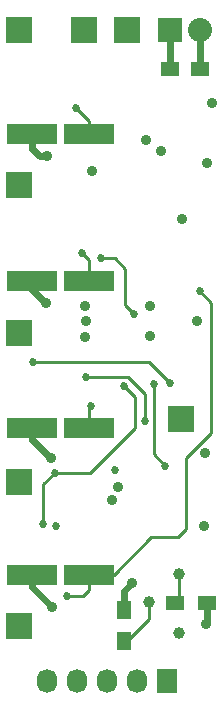
<source format=gbl>
G04 #@! TF.FileFunction,Copper,L4,Bot,Signal*
%FSLAX46Y46*%
G04 Gerber Fmt 4.6, Leading zero omitted, Abs format (unit mm)*
G04 Created by KiCad (PCBNEW 0.201505262310+5684~23~ubuntu14.04.1-product) date Mon 01 Jun 2015 21:54:35 CEST*
%MOMM*%
G01*
G04 APERTURE LIST*
%ADD10C,0.100000*%
%ADD11R,1.500000X1.250000*%
%ADD12R,2.032000X2.032000*%
%ADD13O,2.032000X2.032000*%
%ADD14R,2.235200X2.235200*%
%ADD15R,1.727200X2.032000*%
%ADD16O,1.727200X2.032000*%
%ADD17R,4.200000X1.800000*%
%ADD18R,1.500000X1.300000*%
%ADD19R,1.300000X1.500000*%
%ADD20C,1.000000*%
%ADD21C,0.889000*%
%ADD22C,0.685800*%
%ADD23C,0.609600*%
%ADD24C,0.254000*%
G04 APERTURE END LIST*
D10*
D11*
X85324000Y-81280000D03*
X82824000Y-81280000D03*
D12*
X82804000Y-77978000D03*
D13*
X85344000Y-77978000D03*
D14*
X69977000Y-77978000D03*
X75539600Y-77978000D03*
X79121000Y-77978000D03*
D15*
X82550000Y-133096000D03*
D16*
X80010000Y-133096000D03*
X77470000Y-133096000D03*
X74930000Y-133096000D03*
X72390000Y-133096000D03*
D14*
X69977000Y-91059000D03*
X69977000Y-103632000D03*
X69977000Y-116205000D03*
X69977000Y-128397000D03*
D17*
X71133000Y-86741000D03*
X75933000Y-86741000D03*
X71133000Y-99187000D03*
X75933000Y-99187000D03*
X71133000Y-111633000D03*
X75933000Y-111633000D03*
X71133000Y-124079000D03*
X75933000Y-124079000D03*
D18*
X85932000Y-126492000D03*
X83232000Y-126492000D03*
D19*
X78902560Y-129736840D03*
X78902560Y-127036840D03*
D20*
X83566000Y-123992000D03*
X81066000Y-126392000D03*
X83566000Y-128992000D03*
D14*
X83705700Y-110947200D03*
D21*
X85852000Y-128270000D03*
X83820000Y-93980000D03*
X80772000Y-87249000D03*
X85090000Y-102616000D03*
X77851000Y-117792500D03*
X85788500Y-113792000D03*
X78422500Y-116649500D03*
X75692000Y-102616000D03*
X82003900Y-88226900D03*
X86354920Y-84160360D03*
X85973920Y-89214960D03*
X79603600Y-124754640D03*
X85664040Y-119948960D03*
D22*
X82397600Y-114858800D03*
X81445100Y-107937300D03*
X79717900Y-102006400D03*
X76962000Y-97307400D03*
X74803000Y-84582000D03*
X75692000Y-107340400D03*
X80645000Y-111099600D03*
X75311000Y-96837500D03*
X82842100Y-107873800D03*
X71183500Y-106045000D03*
X76073000Y-109791500D03*
X72072500Y-119761000D03*
X73025000Y-115443000D03*
X78905100Y-108089700D03*
X74104500Y-125857000D03*
X73152000Y-120002300D03*
X85318600Y-100076000D03*
D21*
X76200000Y-89916000D03*
X81089500Y-101346000D03*
X75628500Y-101346000D03*
X72263000Y-101092000D03*
X72390000Y-88646000D03*
X81089500Y-103886000D03*
X75628500Y-103949500D03*
X72834500Y-126809500D03*
X72707500Y-114236500D03*
D22*
X78168500Y-115189000D03*
D23*
X85324000Y-77998000D02*
X85344000Y-77978000D01*
X85324000Y-81280000D02*
X85324000Y-77998000D01*
X85932000Y-128190000D02*
X85852000Y-128270000D01*
X85932000Y-126492000D02*
X85932000Y-128190000D01*
X82824000Y-77998000D02*
X82804000Y-77978000D01*
X82824000Y-81280000D02*
X82824000Y-77998000D01*
X78902560Y-125455680D02*
X79603600Y-124754640D01*
X78902560Y-127036840D02*
X78902560Y-125455680D01*
D24*
X82397600Y-114858800D02*
X81445100Y-113906300D01*
X81445100Y-113906300D02*
X81445100Y-107937300D01*
X79717900Y-102006400D02*
X79006700Y-101295200D01*
X79006700Y-101295200D02*
X79006700Y-98196400D01*
X79006700Y-98196400D02*
X78117700Y-97307400D01*
X78117700Y-97307400D02*
X76962000Y-97307400D01*
X74803000Y-84582000D02*
X75933000Y-85712000D01*
X75933000Y-85712000D02*
X75933000Y-86741000D01*
X80645000Y-108750100D02*
X79235300Y-107340400D01*
X79235300Y-107340400D02*
X75692000Y-107340400D01*
X80645000Y-111099600D02*
X80645000Y-108750100D01*
X75311000Y-96837500D02*
X75933000Y-97459500D01*
X75933000Y-97459500D02*
X75933000Y-99187000D01*
X82842100Y-107873800D02*
X81013300Y-106045000D01*
X81013300Y-106045000D02*
X71183500Y-106045000D01*
X75933000Y-109931500D02*
X75933000Y-111633000D01*
X76073000Y-109791500D02*
X75933000Y-109931500D01*
X72072500Y-116395500D02*
X72072500Y-119761000D01*
X73025000Y-115443000D02*
X72072500Y-116395500D01*
X78905100Y-108089700D02*
X79857600Y-109042200D01*
X79857600Y-109042200D02*
X79857600Y-111633000D01*
X79857600Y-111633000D02*
X76047600Y-115443000D01*
X76047600Y-115443000D02*
X73025000Y-115443000D01*
X75933000Y-123431000D02*
X75933000Y-124079000D01*
X75933000Y-125362000D02*
X75933000Y-124079000D01*
X75438000Y-125857000D02*
X75933000Y-125362000D01*
X74104500Y-125857000D02*
X75438000Y-125857000D01*
X78079600Y-124079000D02*
X81229200Y-120929400D01*
X81229200Y-120929400D02*
X83439000Y-120929400D01*
X83439000Y-120929400D02*
X84162900Y-120205500D01*
X84162900Y-120205500D02*
X84162900Y-114223800D01*
X84162900Y-114223800D02*
X86296500Y-112090200D01*
X86296500Y-112090200D02*
X86296500Y-101053900D01*
X86296500Y-101053900D02*
X85318600Y-100076000D01*
X75933000Y-124079000D02*
X78079600Y-124079000D01*
D23*
X71133000Y-99962000D02*
X72263000Y-101092000D01*
X71133000Y-99187000D02*
X71133000Y-99962000D01*
X71133000Y-88024000D02*
X71755000Y-88646000D01*
X71755000Y-88646000D02*
X72390000Y-88646000D01*
X71133000Y-86741000D02*
X71133000Y-88024000D01*
X71133000Y-125108000D02*
X72834500Y-126809500D01*
X71133000Y-124079000D02*
X71133000Y-125108000D01*
X71133000Y-112662000D02*
X72707500Y-114236500D01*
X71133000Y-111633000D02*
X71133000Y-112662000D01*
D24*
X78181200Y-115201700D02*
X78168500Y-115189000D01*
X78181200Y-115214400D02*
X78181200Y-115201700D01*
X83566000Y-126158000D02*
X83232000Y-126492000D01*
X83566000Y-123992000D02*
X83566000Y-126158000D01*
X81066000Y-127818520D02*
X81066000Y-126392000D01*
X79147680Y-129736840D02*
X81066000Y-127818520D01*
X78902560Y-129736840D02*
X79147680Y-129736840D01*
M02*

</source>
